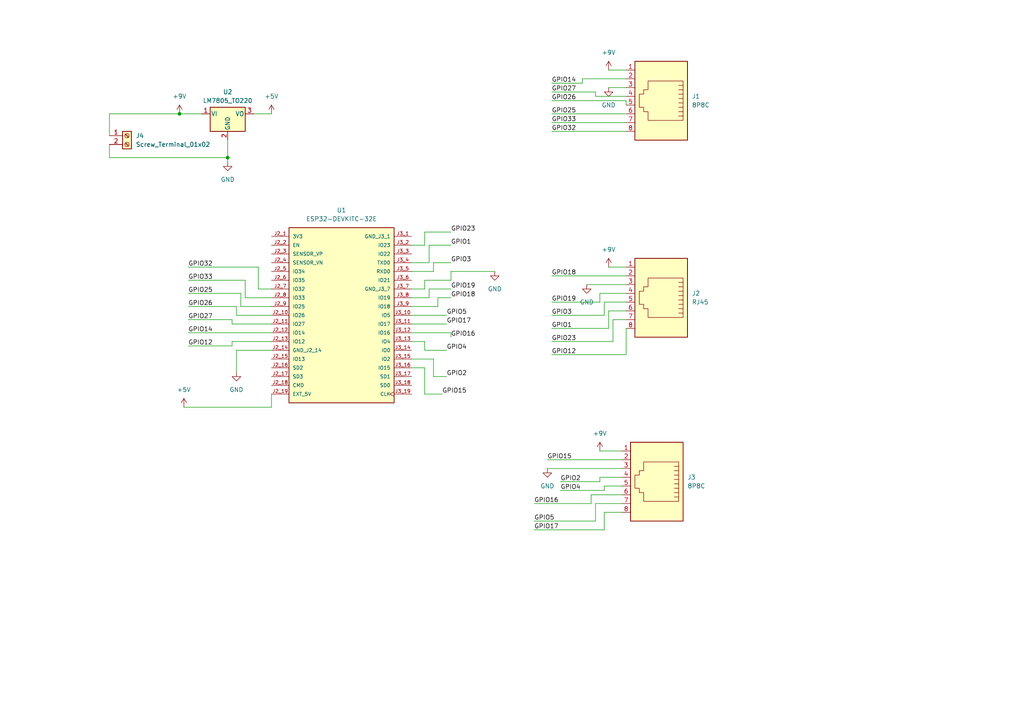
<source format=kicad_sch>
(kicad_sch (version 20230121) (generator eeschema)
  (paper "A4")
  (lib_symbols
    (symbol "Connector:8P8C" (pin_names (offset 1.016))
      (property "Reference" "J" (at -5.08 13.97 0))
      (property "Value" "8P8C" (at 2.54 13.97 0))
      (symbol "8P8C_0_1"
        (polyline (pts (xy -5.08 4.445) (xy -6.35 4.445)))
        (polyline (pts (xy -5.08 5.715) (xy -6.35 5.715)))
        (polyline (pts (xy -6.35 -3.175) (xy -5.08 -3.175) (xy -5.08 -3.175)))
        (polyline (pts (xy -6.35 -1.905) (xy -5.08 -1.905) (xy -5.08 -1.905)))
        (polyline (pts (xy -6.35 -0.635) (xy -5.08 -0.635) (xy -5.08 -0.635)))
        (polyline (pts (xy -6.35 0.635) (xy -5.08 0.635) (xy -5.08 0.635)))
        (polyline (pts (xy -6.35 1.905) (xy -5.08 1.905) (xy -5.08 1.905)))
        (polyline (pts (xy -5.08 3.175) (xy -6.35 3.175) (xy -6.35 3.175)))
        (polyline (pts (xy -6.35 -4.445) (xy -6.35 6.985) (xy 3.81 6.985) (xy 3.81 4.445) (xy 5.08 4.445) (xy 5.08 3.175) (xy 6.35 3.175) (xy 6.35 -0.635) (xy 5.08 -0.635) (xy 5.08 -1.905) (xy 3.81 -1.905) (xy 3.81 -4.445) (xy -6.35 -4.445) (xy -6.35 -4.445)))
        (rectangle (start 7.62 12.7) (end -7.62 -10.16) (stroke (width 0.254)) (fill (type background)))
      )
      (symbol "8P8C_1_1"
        (pin passive line (at 10.16 -7.62 180) (length 2.54) (name "~") (number "1"))
        (pin passive line (at 10.16 -5.08 180) (length 2.54) (name "~") (number "2"))
        (pin passive line (at 10.16 -2.54 180) (length 2.54) (name "~") (number "3"))
        (pin passive line (at 10.16 0 180) (length 2.54) (name "~") (number "4"))
        (pin passive line (at 10.16 2.54 180) (length 2.54) (name "~") (number "5"))
        (pin passive line (at 10.16 5.08 180) (length 2.54) (name "~") (number "6"))
        (pin passive line (at 10.16 7.62 180) (length 2.54) (name "~") (number "7"))
        (pin passive line (at 10.16 10.16 180) (length 2.54) (name "~") (number "8"))
      )
    )
    (symbol "Connector:RJ45" (pin_names (offset 1.016))
      (property "Reference" "J" (at -5.08 13.97 0))
      (property "Value" "RJ45" (at 2.54 13.97 0))
      (symbol "RJ45_0_1"
        (polyline (pts (xy -5.08 4.445) (xy -6.35 4.445)))
        (polyline (pts (xy -5.08 5.715) (xy -6.35 5.715)))
        (polyline (pts (xy -6.35 -3.175) (xy -5.08 -3.175) (xy -5.08 -3.175)))
        (polyline (pts (xy -6.35 -1.905) (xy -5.08 -1.905) (xy -5.08 -1.905)))
        (polyline (pts (xy -6.35 -0.635) (xy -5.08 -0.635) (xy -5.08 -0.635)))
        (polyline (pts (xy -6.35 0.635) (xy -5.08 0.635) (xy -5.08 0.635)))
        (polyline (pts (xy -6.35 1.905) (xy -5.08 1.905) (xy -5.08 1.905)))
        (polyline (pts (xy -5.08 3.175) (xy -6.35 3.175) (xy -6.35 3.175)))
        (polyline (pts (xy -6.35 -4.445) (xy -6.35 6.985) (xy 3.81 6.985) (xy 3.81 4.445) (xy 5.08 4.445) (xy 5.08 3.175) (xy 6.35 3.175) (xy 6.35 -0.635) (xy 5.08 -0.635) (xy 5.08 -1.905) (xy 3.81 -1.905) (xy 3.81 -4.445) (xy -6.35 -4.445) (xy -6.35 -4.445)))
        (rectangle (start 7.62 12.7) (end -7.62 -10.16) (stroke (width 0.254)) (fill (type background)))
      )
      (symbol "RJ45_1_1"
        (pin passive line (at 10.16 -7.62 180) (length 2.54) (name "~") (number "1"))
        (pin passive line (at 10.16 -5.08 180) (length 2.54) (name "~") (number "2"))
        (pin passive line (at 10.16 -2.54 180) (length 2.54) (name "~") (number "3"))
        (pin passive line (at 10.16 0 180) (length 2.54) (name "~") (number "4"))
        (pin passive line (at 10.16 2.54 180) (length 2.54) (name "~") (number "5"))
        (pin passive line (at 10.16 5.08 180) (length 2.54) (name "~") (number "6"))
        (pin passive line (at 10.16 7.62 180) (length 2.54) (name "~") (number "7"))
        (pin passive line (at 10.16 10.16 180) (length 2.54) (name "~") (number "8"))
      )
    )
    (symbol "Connector:Screw_Terminal_01x02" (pin_names (offset 1.016) hide)
      (property "Reference" "J" (at 0 2.54 0))
      (property "Value" "Screw_Terminal_01x02" (at 0 -5.08 0))
      (symbol "Screw_Terminal_01x02_1_1"
        (rectangle (start -1.27 1.27) (end 1.27 -3.81) (stroke (width 0.254)) (fill (type background)))
        (circle (center 0 -2.54) (radius 0.635) (stroke (width 0.1524)))
        (polyline (pts (xy -0.5334 -2.2098) (xy 0.3302 -3.048)) (stroke (width 0.1524)))
        (polyline (pts (xy -0.5334 0.3302) (xy 0.3302 -0.508)) (stroke (width 0.1524)))
        (polyline (pts (xy -0.3556 -2.032) (xy 0.508 -2.8702)) (stroke (width 0.1524)))
        (polyline (pts (xy -0.3556 0.508) (xy 0.508 -0.3302)) (stroke (width 0.1524)))
        (circle (center 0 0) (radius 0.635) (stroke (width 0.1524)))
        (pin passive line (at -5.08 0 0) (length 3.81) (name "Pin_1") (number "1"))
        (pin passive line (at -5.08 -2.54 0) (length 3.81) (name "Pin_2") (number "2"))
      )
    )
    (symbol "ESP32-DEVKITC-32E:ESP32-DEVKITC-32E" (pin_names (offset 1.016))
      (property "Reference" "U" (at -15.24 26.162 0))
      (property "Value" "ESP32-DEVKITC-32E" (at -15.24 -27.94 0))
      (symbol "ESP32-DEVKITC-32E_0_0"
        (rectangle (start -15.24 -25.4) (end 15.24 25.4) (stroke (width 0.254)) (fill (type background)))
        (pin power_in line (at -20.32 22.86 0) (length 5.08) (name "3V3") (number "J2_1"))
        (pin bidirectional line (at -20.32 0 0) (length 5.08) (name "IO26") (number "J2_10"))
        (pin bidirectional line (at -20.32 -2.54 0) (length 5.08) (name "IO27") (number "J2_11"))
        (pin bidirectional line (at -20.32 -5.08 0) (length 5.08) (name "IO14") (number "J2_12"))
        (pin bidirectional line (at -20.32 -7.62 0) (length 5.08) (name "IO12") (number "J2_13"))
        (pin power_in line (at -20.32 -10.16 0) (length 5.08) (name "GND_J2_14") (number "J2_14"))
        (pin bidirectional line (at -20.32 -12.7 0) (length 5.08) (name "IO13") (number "J2_15"))
        (pin bidirectional line (at -20.32 -15.24 0) (length 5.08) (name "SD2") (number "J2_16"))
        (pin bidirectional line (at -20.32 -17.78 0) (length 5.08) (name "SD3") (number "J2_17"))
        (pin bidirectional line (at -20.32 -20.32 0) (length 5.08) (name "CMD") (number "J2_18"))
        (pin power_in line (at -20.32 -22.86 0) (length 5.08) (name "EXT_5V") (number "J2_19"))
        (pin input line (at -20.32 20.32 0) (length 5.08) (name "EN") (number "J2_2"))
        (pin bidirectional line (at -20.32 17.78 0) (length 5.08) (name "SENSOR_VP") (number "J2_3"))
        (pin bidirectional line (at -20.32 15.24 0) (length 5.08) (name "SENSOR_VN") (number "J2_4"))
        (pin bidirectional line (at -20.32 12.7 0) (length 5.08) (name "IO34") (number "J2_5"))
        (pin bidirectional line (at -20.32 10.16 0) (length 5.08) (name "IO35") (number "J2_6"))
        (pin bidirectional line (at -20.32 7.62 0) (length 5.08) (name "IO32") (number "J2_7"))
        (pin bidirectional line (at -20.32 5.08 0) (length 5.08) (name "IO33") (number "J2_8"))
        (pin bidirectional line (at -20.32 2.54 0) (length 5.08) (name "IO25") (number "J2_9"))
        (pin power_in line (at 20.32 22.86 180) (length 5.08) (name "GND_J3_1") (number "J3_1"))
        (pin bidirectional line (at 20.32 0 180) (length 5.08) (name "IO5") (number "J3_10"))
        (pin bidirectional line (at 20.32 -2.54 180) (length 5.08) (name "IO17") (number "J3_11"))
        (pin bidirectional line (at 20.32 -5.08 180) (length 5.08) (name "IO16") (number "J3_12"))
        (pin bidirectional line (at 20.32 -7.62 180) (length 5.08) (name "IO4") (number "J3_13"))
        (pin bidirectional line (at 20.32 -10.16 180) (length 5.08) (name "IO0") (number "J3_14"))
        (pin bidirectional line (at 20.32 -12.7 180) (length 5.08) (name "IO2") (number "J3_15"))
        (pin bidirectional line (at 20.32 -15.24 180) (length 5.08) (name "IO15") (number "J3_16"))
        (pin bidirectional line (at 20.32 -17.78 180) (length 5.08) (name "SD1") (number "J3_17"))
        (pin bidirectional line (at 20.32 -20.32 180) (length 5.08) (name "SD0") (number "J3_18"))
        (pin bidirectional clock (at 20.32 -22.86 180) (length 5.08) (name "CLK") (number "J3_19"))
        (pin bidirectional line (at 20.32 20.32 180) (length 5.08) (name "IO23") (number "J3_2"))
        (pin bidirectional line (at 20.32 17.78 180) (length 5.08) (name "IO22") (number "J3_3"))
        (pin bidirectional line (at 20.32 15.24 180) (length 5.08) (name "TXD0") (number "J3_4"))
        (pin bidirectional line (at 20.32 12.7 180) (length 5.08) (name "RXD0") (number "J3_5"))
        (pin bidirectional line (at 20.32 10.16 180) (length 5.08) (name "IO21") (number "J3_6"))
        (pin power_in line (at 20.32 7.62 180) (length 5.08) (name "GND_J3_7") (number "J3_7"))
        (pin bidirectional line (at 20.32 5.08 180) (length 5.08) (name "IO19") (number "J3_8"))
        (pin bidirectional line (at 20.32 2.54 180) (length 5.08) (name "IO18") (number "J3_9"))
      )
    )
    (symbol "Regulator_Linear:LM7805_TO220" (pin_names (offset 0.254))
      (property "Reference" "U" (at -3.81 3.175 0))
      (property "Value" "LM7805_TO220" (at 0 3.175 0))
      (symbol "LM7805_TO220_0_1"
        (rectangle (start -5.08 1.905) (end 5.08 -5.08) (stroke (width 0.254)) (fill (type background)))
      )
      (symbol "LM7805_TO220_1_1"
        (pin power_in line (at -7.62 0 0) (length 2.54) (name "VI") (number "1"))
        (pin power_in line (at 0 -7.62 90) (length 2.54) (name "GND") (number "2"))
        (pin power_out line (at 7.62 0 180) (length 2.54) (name "VO") (number "3"))
      )
    )
    (symbol "power:+5V" (power) (pin_names (offset 0))
      (property "Value" "+5V" (at 0 3.556 0))
      (symbol "+5V_0_1"
        (polyline (pts (xy -0.762 1.27) (xy 0 2.54)))
        (polyline (pts (xy 0 0) (xy 0 2.54)))
        (polyline (pts (xy 0 2.54) (xy 0.762 1.27)))
      )
      (symbol "+5V_1_1"
        (pin power_in line (at 0 0 90) (length 0) hide (name "+5V") (number "1"))
      )
    )
    (symbol "power:+9V" (power) (pin_names (offset 0))
      (property "Value" "+9V" (at 0 3.556 0))
      (symbol "+9V_0_1"
        (polyline (pts (xy -0.762 1.27) (xy 0 2.54)))
        (polyline (pts (xy 0 0) (xy 0 2.54)))
        (polyline (pts (xy 0 2.54) (xy 0.762 1.27)))
      )
      (symbol "+9V_1_1"
        (pin power_in line (at 0 0 90) (length 0) hide (name "+9V") (number "1"))
      )
    )
    (symbol "power:GND" (power) (pin_names (offset 0))
      (property "Value" "GND" (at 0 -3.81 0))
      (symbol "GND_0_1"
        (polyline (pts (xy 0 0) (xy 0 -1.27) (xy 1.27 -1.27) (xy 0 -2.54) (xy -1.27 -1.27) (xy 0 -1.27)))
      )
      (symbol "GND_1_1"
        (pin power_in line (at 0 0 270) (length 0) hide (name "GND") (number "1"))
      )
    )
  )
  (junction (at 52.07 33.02))
  (junction (at 66.04 45.72))
  (wire (pts (xy 123.19 81.28) (xy 130.81 81.28)))
  (wire (pts (xy 78.74 118.11) (xy 78.74 114.3)))
  (wire (pts (xy 160.02 99.06) (xy 177.8 99.06)))
  (wire (pts (xy 54.61 96.52) (xy 78.74 96.52)))
  (wire (pts (xy 176.53 20.32) (xy 181.61 20.32)))
  (wire (pts (xy 119.38 88.9) (xy 127 88.9)))
  (wire (pts (xy 54.61 88.9) (xy 68.58 88.9)))
  (wire (pts (xy 68.58 88.9) (xy 68.58 91.44)))
  (wire (pts (xy 173.99 130.81) (xy 180.34 130.81)))
  (wire (pts (xy 125.73 76.2) (xy 130.81 76.2)))
  (wire (pts (xy 68.58 91.44) (xy 78.74 91.44)))
  (wire (pts (xy 71.12 86.36) (xy 78.74 86.36)))
  (wire (pts (xy 160.02 33.02) (xy 181.61 33.02)))
  (wire (pts (xy 162.56 139.7) (xy 173.99 139.7)))
  (wire (pts (xy 173.99 139.7) (xy 173.99 138.43)))
  (wire (pts (xy 175.26 91.44) (xy 175.26 87.63)))
  (wire (pts (xy 171.45 143.51) (xy 180.34 143.51)))
  (wire (pts (xy 123.19 99.06) (xy 119.38 99.06)))
  (wire (pts (xy 181.61 102.87) (xy 181.61 95.25)))
  (wire (pts (xy 160.02 102.87) (xy 181.61 102.87)))
  (wire (pts (xy 172.72 27.94) (xy 181.61 27.94)))
  (wire (pts (xy 119.38 76.2) (xy 124.46 76.2)))
  (wire (pts (xy 124.46 83.82) (xy 124.46 86.36)))
  (wire (pts (xy 123.19 67.31) (xy 130.81 67.31)))
  (wire (pts (xy 130.81 78.74) (xy 143.51 78.74)))
  (wire (pts (xy 130.81 81.28) (xy 130.81 78.74)))
  (wire (pts (xy 73.66 33.02) (xy 78.74 33.02)))
  (wire (pts (xy 160.02 29.21) (xy 181.61 29.21)))
  (wire (pts (xy 160.02 35.56) (xy 181.61 35.56)))
  (wire (pts (xy 123.19 101.6) (xy 123.19 99.06)))
  (wire (pts (xy 74.93 83.82) (xy 78.74 83.82)))
  (wire (pts (xy 119.38 91.44) (xy 129.54 91.44)))
  (wire (pts (xy 172.72 146.05) (xy 180.34 146.05)))
  (wire (pts (xy 160.02 95.25) (xy 176.53 95.25)))
  (wire (pts (xy 123.19 83.82) (xy 123.19 81.28)))
  (wire (pts (xy 119.38 71.12) (xy 123.19 71.12)))
  (wire (pts (xy 129.54 109.22) (xy 125.73 109.22)))
  (wire (pts (xy 74.93 77.47) (xy 74.93 83.82)))
  (wire (pts (xy 124.46 86.36) (xy 119.38 86.36)))
  (wire (pts (xy 176.53 95.25) (xy 176.53 90.17)))
  (wire (pts (xy 78.74 101.6) (xy 68.58 101.6)))
  (wire (pts (xy 130.81 83.82) (xy 124.46 83.82)))
  (wire (pts (xy 160.02 24.13) (xy 168.91 24.13)))
  (wire (pts (xy 172.72 146.05) (xy 172.72 151.13)))
  (wire (pts (xy 172.72 26.67) (xy 172.72 27.94)))
  (wire (pts (xy 130.81 96.52) (xy 119.38 96.52)))
  (wire (pts (xy 119.38 78.74) (xy 125.73 78.74)))
  (wire (pts (xy 31.75 45.72) (xy 66.04 45.72)))
  (wire (pts (xy 123.19 71.12) (xy 123.19 67.31)))
  (wire (pts (xy 175.26 148.59) (xy 180.34 148.59)))
  (wire (pts (xy 54.61 85.09) (xy 69.85 85.09)))
  (wire (pts (xy 176.53 77.47) (xy 181.61 77.47)))
  (wire (pts (xy 127 86.36) (xy 130.81 86.36)))
  (wire (pts (xy 177.8 92.71) (xy 181.61 92.71)))
  (wire (pts (xy 176.53 90.17) (xy 181.61 90.17)))
  (wire (pts (xy 31.75 33.02) (xy 52.07 33.02)))
  (wire (pts (xy 53.34 118.11) (xy 78.74 118.11)))
  (wire (pts (xy 177.8 99.06) (xy 177.8 92.71)))
  (wire (pts (xy 175.26 148.59) (xy 175.26 153.67)))
  (wire (pts (xy 66.04 40.64) (xy 66.04 45.72)))
  (wire (pts (xy 181.61 29.21) (xy 181.61 30.48)))
  (wire (pts (xy 119.38 93.98) (xy 129.54 93.98)))
  (wire (pts (xy 168.91 22.86) (xy 181.61 22.86)))
  (wire (pts (xy 66.04 45.72) (xy 66.04 46.99)))
  (wire (pts (xy 170.18 82.55) (xy 181.61 82.55)))
  (wire (pts (xy 175.26 87.63) (xy 181.61 87.63)))
  (wire (pts (xy 168.91 24.13) (xy 168.91 22.86)))
  (wire (pts (xy 71.12 81.28) (xy 71.12 86.36)))
  (wire (pts (xy 175.26 140.97) (xy 180.34 140.97)))
  (wire (pts (xy 124.46 76.2) (xy 124.46 71.12)))
  (wire (pts (xy 119.38 83.82) (xy 123.19 83.82)))
  (wire (pts (xy 67.31 99.06) (xy 67.31 100.33)))
  (wire (pts (xy 69.85 85.09) (xy 69.85 88.9)))
  (wire (pts (xy 119.38 106.68) (xy 123.19 106.68)))
  (wire (pts (xy 124.46 71.12) (xy 130.81 71.12)))
  (wire (pts (xy 78.74 99.06) (xy 67.31 99.06)))
  (wire (pts (xy 160.02 91.44) (xy 175.26 91.44)))
  (wire (pts (xy 31.75 41.91) (xy 31.75 45.72)))
  (wire (pts (xy 68.58 101.6) (xy 68.58 107.95)))
  (wire (pts (xy 158.75 133.35) (xy 180.34 133.35)))
  (wire (pts (xy 130.81 97.79) (xy 130.81 96.52)))
  (wire (pts (xy 175.26 142.24) (xy 175.26 140.97)))
  (wire (pts (xy 158.75 135.89) (xy 180.34 135.89)))
  (wire (pts (xy 67.31 92.71) (xy 67.31 93.98)))
  (wire (pts (xy 67.31 93.98) (xy 78.74 93.98)))
  (wire (pts (xy 171.45 146.05) (xy 171.45 143.51)))
  (wire (pts (xy 173.99 87.63) (xy 173.99 85.09)))
  (wire (pts (xy 173.99 85.09) (xy 181.61 85.09)))
  (wire (pts (xy 31.75 39.37) (xy 31.75 33.02)))
  (wire (pts (xy 173.99 138.43) (xy 180.34 138.43)))
  (wire (pts (xy 129.54 101.6) (xy 123.19 101.6)))
  (wire (pts (xy 125.73 104.14) (xy 119.38 104.14)))
  (wire (pts (xy 125.73 78.74) (xy 125.73 76.2)))
  (wire (pts (xy 54.61 92.71) (xy 67.31 92.71)))
  (wire (pts (xy 54.61 77.47) (xy 74.93 77.47)))
  (wire (pts (xy 160.02 26.67) (xy 172.72 26.67)))
  (wire (pts (xy 176.53 25.4) (xy 181.61 25.4)))
  (wire (pts (xy 123.19 114.3) (xy 128.27 114.3)))
  (wire (pts (xy 125.73 109.22) (xy 125.73 104.14)))
  (wire (pts (xy 175.26 153.67) (xy 154.94 153.67)))
  (wire (pts (xy 67.31 100.33) (xy 54.61 100.33)))
  (wire (pts (xy 160.02 38.1) (xy 181.61 38.1)))
  (wire (pts (xy 154.94 151.13) (xy 172.72 151.13)))
  (wire (pts (xy 162.56 142.24) (xy 175.26 142.24)))
  (wire (pts (xy 54.61 81.28) (xy 71.12 81.28)))
  (wire (pts (xy 160.02 80.01) (xy 181.61 80.01)))
  (wire (pts (xy 52.07 33.02) (xy 58.42 33.02)))
  (wire (pts (xy 123.19 106.68) (xy 123.19 114.3)))
  (wire (pts (xy 154.94 146.05) (xy 171.45 146.05)))
  (wire (pts (xy 127 88.9) (xy 127 86.36)))
  (wire (pts (xy 69.85 88.9) (xy 78.74 88.9)))
  (wire (pts (xy 160.02 87.63) (xy 173.99 87.63)))
  (label "GPIO15" (at 128.27 114.3 0))
  (label "GPIO32" (at 160.02 38.1 0))
  (label "GPIO12" (at 54.61 100.33 0))
  (label "GPIO27" (at 160.02 26.67 0))
  (label "GPIO16" (at 130.81 97.79 0))
  (label "GPIO18" (at 160.02 80.01 0))
  (label "GPIO19" (at 130.81 83.82 0))
  (label "GPIO5" (at 129.54 91.44 0))
  (label "GPIO25" (at 160.02 33.02 0))
  (label "GPIO18" (at 130.81 86.36 0))
  (label "GPIO4" (at 129.54 101.6 0))
  (label "GPIO3" (at 130.81 76.2 0))
  (label "GPIO1" (at 160.02 95.25 0))
  (label "GPIO26" (at 54.61 88.9 0))
  (label "GPIO25" (at 54.61 85.09 0))
  (label "GPIO1" (at 130.81 71.12 0))
  (label "GPIO14" (at 160.02 24.13 0))
  (label "GPIO2" (at 129.54 109.22 0))
  (label "GPIO33" (at 54.61 81.28 0))
  (label "GPIO23" (at 160.02 99.06 0))
  (label "GPIO19" (at 160.02 87.63 0))
  (label "GPIO12" (at 160.02 102.87 0))
  (label "GPIO5" (at 154.94 151.13 0))
  (label "GPIO14" (at 54.61 96.52 0))
  (label "GPIO33" (at 160.02 35.56 0))
  (label "GPIO23" (at 130.81 67.31 0))
  (label "GPIO32" (at 54.61 77.47 0))
  (label "GPIO15" (at 158.75 133.35 0))
  (label "GPIO27" (at 54.61 92.71 0))
  (label "GPIO16" (at 154.94 146.05 0))
  (label "GPIO17" (at 154.94 153.67 0))
  (label "GPIO3" (at 160.02 91.44 0))
  (label "GPIO26" (at 160.02 29.21 0))
  (label "GPIO4" (at 162.56 142.24 0))
  (label "GPIO2" (at 162.56 139.7 0))
  (label "GPIO17" (at 129.54 93.98 0))
  (symbol (lib_id "power:GND") (at 68.58 107.95 0) (unit 1)
    (property "Reference" "#PWR011" (effects hide))
    (property "Value" "GND" (at 68.58 113.03 0))
  )
  (symbol (lib_id "power:+9V") (at 176.53 20.32 0) (unit 1)
    (property "Reference" "#PWR03" (effects hide))
    (property "Value" "+9V" (at 176.53 15.24 0))
  )
  (symbol (lib_id "power:+5V") (at 78.74 33.02 0) (unit 1)
    (property "Reference" "#PWR01" (effects hide))
    (property "Value" "+5V" (at 78.74 27.94 0))
  )
  (symbol (lib_id "Regulator_Linear:LM7805_TO220") (at 66.04 33.02 0) (unit 1)
    (property "Reference" "U2" (at 66.04 26.67 0))
    (property "Value" "LM7805_TO220" (at 66.04 29.21 0))
    (property "Footprint" "Package_TO_SOT_THT:TO-220-3_Vertical" (effects hide))
    (property "Datasheet" "https://www.onsemi.cn/PowerSolutions/document/MC7800-D.PDF" (effects hide))
  )
  (symbol (lib_id "ESP32-DEVKITC-32E:ESP32-DEVKITC-32E") (at 99.06 91.44 0) (unit 1)
    (property "Reference" "U1" (at 99.06 60.96 0))
    (property "Value" "ESP32-DEVKITC-32E" (at 99.06 63.5 0))
    (property "Footprint" "ESP32_DEVKITC_32E:MODULE_ESP32-DEVKITC-32E" (effects hide))
    (property "PARTREV" "1.4" (effects hide))
    (property "STANDARD" "Manufacturer Recommendations" (effects hide))
    (property "MANUFACTURER" "Espressif Systems" (effects hide))
  )
  (symbol (lib_id "power:GND") (at 158.75 135.89 0) (unit 1)
    (property "Reference" "#PWR09" (effects hide))
    (property "Value" "GND" (at 158.75 140.97 0))
  )
  (symbol (lib_id "power:GND") (at 170.18 82.55 0) (unit 1)
    (property "Reference" "#PWR08" (effects hide))
    (property "Value" "GND" (at 170.18 87.63 0))
  )
  (symbol (lib_id "power:GND") (at 176.53 25.4 0) (unit 1)
    (property "Reference" "#PWR07" (effects hide))
    (property "Value" "GND" (at 176.53 30.48 0))
  )
  (symbol (lib_id "power:GND") (at 66.04 46.99 0) (unit 1)
    (property "Reference" "#PWR06" (effects hide))
    (property "Value" "GND" (at 66.04 52.07 0))
  )
  (symbol (lib_id "power:+9V") (at 52.07 33.02 0) (unit 1)
    (property "Reference" "#PWR02" (effects hide))
    (property "Value" "+9V" (at 52.07 27.94 0))
  )
  (symbol (lib_id "Connector:8P8C") (at 191.77 27.94 180) (unit 1)
    (property "Reference" "J1" (at 200.66 27.94 0) (effects (justify right)))
    (property "Value" "8P8C" (at 200.66 30.48 0) (effects (justify right)))
    (property "Footprint" "Connector_RJ:RJ45_Amphenol_54602-x08_Horizontal" (effects hide))
    (property "Datasheet" "  (symbol \"power:GND\" (power) (pin_names (offset 0)) (in_bom yes) (on_board yes)" (effects hide))
  )
  (symbol (lib_id "Connector:Screw_Terminal_01x02") (at 36.83 39.37 0) (unit 1)
    (property "Reference" "J4" (at 39.37 39.37 0) (effects (justify left)))
    (property "Value" "Screw_Terminal_01x02" (at 39.37 41.91 0) (effects (justify left)))
    (property "Footprint" "TerminalBlock:TerminalBlock_Altech_AK300-2_P5.00mm" (effects hide))
  )
  (symbol (lib_id "Connector:8P8C") (at 190.5 138.43 180) (unit 1)
    (property "Reference" "J3" (at 199.39 138.43 0) (effects (justify right)))
    (property "Value" "8P8C" (at 199.39 140.97 0) (effects (justify right)))
    (property "Footprint" "Connector_RJ:RJ45_Amphenol_54602-x08_Horizontal" (effects hide))
  )
  (symbol (lib_id "power:+9V") (at 173.99 130.81 0) (unit 1)
    (property "Reference" "#PWR05" (effects hide))
    (property "Value" "+9V" (at 173.99 125.73 0))
  )
  (symbol (lib_id "power:GND") (at 143.51 78.74 0) (unit 1)
    (property "Reference" "#PWR012" (effects hide))
    (property "Value" "GND" (at 143.51 83.82 0))
  )
  (symbol (lib_id "Connector:RJ45") (at 191.77 85.09 180) (unit 1)
    (property "Reference" "J2" (at 200.66 85.09 0) (effects (justify right)))
    (property "Value" "RJ45" (at 200.66 87.63 0) (effects (justify right)))
    (property "Footprint" "Connector_RJ:RJ45_Amphenol_54602-x08_Horizontal" (effects hide))
  )
  (symbol (lib_id "power:+9V") (at 176.53 77.47 0) (unit 1)
    (property "Reference" "#PWR04" (effects hide))
    (property "Value" "+9V" (at 176.53 72.39 0))
  )
  (symbol (lib_id "power:+5V") (at 53.34 118.11 0) (unit 1)
    (property "Reference" "#PWR010" (effects hide))
    (property "Value" "+5V" (at 53.34 113.03 0))
  )
)
</source>
